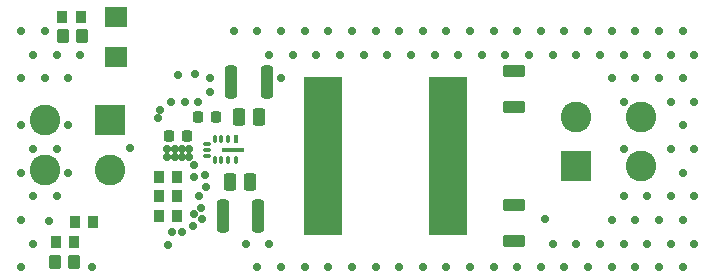
<source format=gts>
G04*
G04 #@! TF.GenerationSoftware,Altium Limited,Altium Designer,19.1.6 (110)*
G04*
G04 Layer_Color=8388736*
%FSLAX43Y43*%
%MOMM*%
G71*
G01*
G75*
G04:AMPARAMS|DCode=15|XSize=1.9mm|YSize=1.1mm|CornerRadius=0.3mm|HoleSize=0mm|Usage=FLASHONLY|Rotation=0.000|XOffset=0mm|YOffset=0mm|HoleType=Round|Shape=RoundedRectangle|*
%AMROUNDEDRECTD15*
21,1,1.900,0.500,0,0,0.0*
21,1,1.300,1.100,0,0,0.0*
1,1,0.600,0.650,-0.250*
1,1,0.600,-0.650,-0.250*
1,1,0.600,-0.650,0.250*
1,1,0.600,0.650,0.250*
%
%ADD15ROUNDEDRECTD15*%
%ADD16R,1.900X1.800*%
G04:AMPARAMS|DCode=17|XSize=2.8mm|YSize=1.1mm|CornerRadius=0.3mm|HoleSize=0mm|Usage=FLASHONLY|Rotation=90.000|XOffset=0mm|YOffset=0mm|HoleType=Round|Shape=RoundedRectangle|*
%AMROUNDEDRECTD17*
21,1,2.800,0.500,0,0,90.0*
21,1,2.200,1.100,0,0,90.0*
1,1,0.600,0.250,1.100*
1,1,0.600,0.250,-1.100*
1,1,0.600,-0.250,-1.100*
1,1,0.600,-0.250,1.100*
%
%ADD17ROUNDEDRECTD17*%
G04:AMPARAMS|DCode=18|XSize=1.5mm|YSize=1.1mm|CornerRadius=0.3mm|HoleSize=0mm|Usage=FLASHONLY|Rotation=90.000|XOffset=0mm|YOffset=0mm|HoleType=Round|Shape=RoundedRectangle|*
%AMROUNDEDRECTD18*
21,1,1.500,0.500,0,0,90.0*
21,1,0.900,1.100,0,0,90.0*
1,1,0.600,0.250,0.450*
1,1,0.600,0.250,-0.450*
1,1,0.600,-0.250,-0.450*
1,1,0.600,-0.250,0.450*
%
%ADD18ROUNDEDRECTD18*%
G04:AMPARAMS|DCode=19|XSize=0.35mm|YSize=1.925mm|CornerRadius=0.113mm|HoleSize=0mm|Usage=FLASHONLY|Rotation=270.000|XOffset=0mm|YOffset=0mm|HoleType=Round|Shape=RoundedRectangle|*
%AMROUNDEDRECTD19*
21,1,0.350,1.700,0,0,270.0*
21,1,0.125,1.925,0,0,270.0*
1,1,0.225,-0.850,-0.063*
1,1,0.225,-0.850,0.063*
1,1,0.225,0.850,0.063*
1,1,0.225,0.850,-0.063*
%
%ADD19ROUNDEDRECTD19*%
G04:AMPARAMS|DCode=20|XSize=0.35mm|YSize=0.7mm|CornerRadius=0.113mm|HoleSize=0mm|Usage=FLASHONLY|Rotation=0.000|XOffset=0mm|YOffset=0mm|HoleType=Round|Shape=RoundedRectangle|*
%AMROUNDEDRECTD20*
21,1,0.350,0.475,0,0,0.0*
21,1,0.125,0.700,0,0,0.0*
1,1,0.225,0.063,-0.238*
1,1,0.225,-0.063,-0.238*
1,1,0.225,-0.063,0.238*
1,1,0.225,0.063,0.238*
%
%ADD20ROUNDEDRECTD20*%
G04:AMPARAMS|DCode=21|XSize=0.35mm|YSize=0.7mm|CornerRadius=0.113mm|HoleSize=0mm|Usage=FLASHONLY|Rotation=270.000|XOffset=0mm|YOffset=0mm|HoleType=Round|Shape=RoundedRectangle|*
%AMROUNDEDRECTD21*
21,1,0.350,0.475,0,0,270.0*
21,1,0.125,0.700,0,0,270.0*
1,1,0.225,-0.238,-0.063*
1,1,0.225,-0.238,0.063*
1,1,0.225,0.238,0.063*
1,1,0.225,0.238,-0.063*
%
%ADD21ROUNDEDRECTD21*%
%ADD22R,0.350X0.700*%
G04:AMPARAMS|DCode=23|XSize=0.6mm|YSize=0.6mm|CornerRadius=0.175mm|HoleSize=0mm|Usage=FLASHONLY|Rotation=0.000|XOffset=0mm|YOffset=0mm|HoleType=Round|Shape=RoundedRectangle|*
%AMROUNDEDRECTD23*
21,1,0.600,0.250,0,0,0.0*
21,1,0.250,0.600,0,0,0.0*
1,1,0.350,0.125,-0.125*
1,1,0.350,-0.125,-0.125*
1,1,0.350,-0.125,0.125*
1,1,0.350,0.125,0.125*
%
%ADD23ROUNDEDRECTD23*%
%ADD24R,0.950X1.000*%
G04:AMPARAMS|DCode=25|XSize=1mm|YSize=1.2mm|CornerRadius=0.2mm|HoleSize=0mm|Usage=FLASHONLY|Rotation=0.000|XOffset=0mm|YOffset=0mm|HoleType=Round|Shape=RoundedRectangle|*
%AMROUNDEDRECTD25*
21,1,1.000,0.800,0,0,0.0*
21,1,0.600,1.200,0,0,0.0*
1,1,0.400,0.300,-0.400*
1,1,0.400,-0.300,-0.400*
1,1,0.400,-0.300,0.400*
1,1,0.400,0.300,0.400*
%
%ADD25ROUNDEDRECTD25*%
G04:AMPARAMS|DCode=26|XSize=1mm|YSize=0.9mm|CornerRadius=0.25mm|HoleSize=0mm|Usage=FLASHONLY|Rotation=270.000|XOffset=0mm|YOffset=0mm|HoleType=Round|Shape=RoundedRectangle|*
%AMROUNDEDRECTD26*
21,1,1.000,0.400,0,0,270.0*
21,1,0.500,0.900,0,0,270.0*
1,1,0.500,-0.200,-0.250*
1,1,0.500,-0.200,0.250*
1,1,0.500,0.200,0.250*
1,1,0.500,0.200,-0.250*
%
%ADD26ROUNDEDRECTD26*%
%ADD27R,3.280X13.400*%
%ADD28C,2.600*%
%ADD29R,2.600X2.600*%
%ADD30C,0.700*%
D15*
X43750Y7250D02*
D03*
Y4250D02*
D03*
Y15600D02*
D03*
Y18600D02*
D03*
D16*
X10000Y19800D02*
D03*
Y23200D02*
D03*
D17*
X22800Y17650D02*
D03*
X19800D02*
D03*
X19050Y6350D02*
D03*
X22050D02*
D03*
D18*
X20450Y14700D02*
D03*
X22150D02*
D03*
X19700Y9250D02*
D03*
X21400D02*
D03*
D19*
X19939Y11950D02*
D03*
D20*
X20200Y11050D02*
D03*
X19550Y11050D02*
D03*
X18900D02*
D03*
X18400D02*
D03*
Y12850D02*
D03*
X18900D02*
D03*
X19550D02*
D03*
D21*
X17750Y11450D02*
D03*
Y11950D02*
D03*
Y12450D02*
D03*
D22*
X20200Y12850D02*
D03*
D23*
X16650Y9650D02*
D03*
Y10650D02*
D03*
D24*
X13675Y6350D02*
D03*
X15225D02*
D03*
Y8000D02*
D03*
X13675D02*
D03*
Y9650D02*
D03*
X15225D02*
D03*
X6525Y5850D02*
D03*
X8075D02*
D03*
X4925Y4150D02*
D03*
X6475D02*
D03*
X7025Y23150D02*
D03*
X5475D02*
D03*
D25*
X4825Y2450D02*
D03*
X6475D02*
D03*
X7150Y21550D02*
D03*
X5500D02*
D03*
D26*
X18500Y14700D02*
D03*
X17000Y14700D02*
D03*
X16000Y13100D02*
D03*
X14500Y13100D02*
D03*
D27*
X38150Y11450D02*
D03*
X27550D02*
D03*
D28*
X4000Y14450D02*
D03*
Y10250D02*
D03*
X9500D02*
D03*
X49000Y14750D02*
D03*
X54500D02*
D03*
Y10550D02*
D03*
D29*
X9500Y14450D02*
D03*
X49000Y10550D02*
D03*
D30*
X54000Y22000D02*
D03*
X16950Y15950D02*
D03*
X15900D02*
D03*
X14700Y16025D02*
D03*
X15250Y18300D02*
D03*
X16675Y18325D02*
D03*
X17250Y7025D02*
D03*
X17275Y6050D02*
D03*
X16600Y6525D02*
D03*
X16575Y5450D02*
D03*
X15625Y4975D02*
D03*
X14800Y5000D02*
D03*
X13550Y14625D02*
D03*
X17975Y16800D02*
D03*
X13775Y15300D02*
D03*
X14375Y11325D02*
D03*
Y12000D02*
D03*
X16250Y11375D02*
D03*
Y12000D02*
D03*
X15625Y11300D02*
D03*
Y12000D02*
D03*
X15000Y11325D02*
D03*
X58000Y22000D02*
D03*
X59000Y20000D02*
D03*
X58000Y18000D02*
D03*
X59000Y16000D02*
D03*
X58000Y14000D02*
D03*
X59000Y12000D02*
D03*
X58000Y10000D02*
D03*
X59000Y8000D02*
D03*
X58000Y6000D02*
D03*
X59000Y4000D02*
D03*
X58000Y2000D02*
D03*
X56000Y22000D02*
D03*
X57000Y20000D02*
D03*
X56000Y18000D02*
D03*
X57000Y16000D02*
D03*
Y12000D02*
D03*
Y8000D02*
D03*
X56000Y6000D02*
D03*
X57000Y4000D02*
D03*
X56000Y2000D02*
D03*
X55000Y20000D02*
D03*
X54000Y18000D02*
D03*
X55000Y8000D02*
D03*
X54000Y6000D02*
D03*
X55000Y4000D02*
D03*
X54000Y2000D02*
D03*
X52000Y22000D02*
D03*
X53000Y20000D02*
D03*
X52000Y18000D02*
D03*
X53000Y16000D02*
D03*
Y12000D02*
D03*
Y8000D02*
D03*
X52000Y6000D02*
D03*
X53000Y4000D02*
D03*
X52000Y2000D02*
D03*
X50000Y22000D02*
D03*
X51000Y20000D02*
D03*
Y4000D02*
D03*
X50000Y2000D02*
D03*
X48000Y22000D02*
D03*
X49000Y20000D02*
D03*
Y4000D02*
D03*
X48000Y2000D02*
D03*
X46000Y22000D02*
D03*
X47000Y20000D02*
D03*
Y4000D02*
D03*
X46000Y2000D02*
D03*
X44000Y22000D02*
D03*
X45000Y20000D02*
D03*
X44000Y2000D02*
D03*
X42000Y22000D02*
D03*
X43000Y20000D02*
D03*
X42000Y2000D02*
D03*
X40000Y22000D02*
D03*
X41000Y20000D02*
D03*
X40000Y2000D02*
D03*
X38000Y22000D02*
D03*
X39000Y20000D02*
D03*
X38000Y2000D02*
D03*
X36000Y22000D02*
D03*
X37000Y20000D02*
D03*
X36000Y2000D02*
D03*
X34000Y22000D02*
D03*
X35000Y20000D02*
D03*
X34000Y2000D02*
D03*
X32000Y22000D02*
D03*
X33000Y20000D02*
D03*
X32000Y2000D02*
D03*
X30000Y22000D02*
D03*
X31000Y20000D02*
D03*
X30000Y2000D02*
D03*
X28000Y22000D02*
D03*
X29000Y20000D02*
D03*
X28000Y2000D02*
D03*
X26000Y22000D02*
D03*
X27000Y20000D02*
D03*
X26000Y2000D02*
D03*
X24000Y22000D02*
D03*
X25000Y20000D02*
D03*
X24000Y18000D02*
D03*
Y2000D02*
D03*
X22000Y22000D02*
D03*
X23000Y20000D02*
D03*
Y4000D02*
D03*
X22000Y2000D02*
D03*
X20000Y22000D02*
D03*
X21000Y4000D02*
D03*
X18000Y18000D02*
D03*
X15000Y12000D02*
D03*
X8000Y2000D02*
D03*
X7000Y20000D02*
D03*
X6000Y18000D02*
D03*
Y14000D02*
D03*
Y10000D02*
D03*
X4000Y22000D02*
D03*
X5000Y20000D02*
D03*
X4000Y18000D02*
D03*
X5000Y12000D02*
D03*
Y8000D02*
D03*
X2000Y22000D02*
D03*
X3000Y20000D02*
D03*
X2000Y18000D02*
D03*
Y14000D02*
D03*
X3000Y12000D02*
D03*
X2000Y10000D02*
D03*
X3000Y8000D02*
D03*
X2000Y6000D02*
D03*
X3000Y4000D02*
D03*
X2000Y2000D02*
D03*
X11225Y12100D02*
D03*
X14400Y3850D02*
D03*
X17650Y8800D02*
D03*
X4350Y5950D02*
D03*
X17550Y9800D02*
D03*
X17050Y8000D02*
D03*
X46350Y6100D02*
D03*
M02*

</source>
